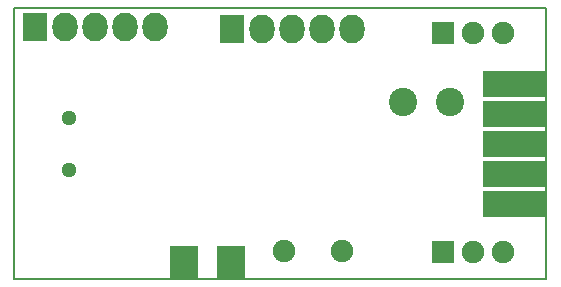
<source format=gbr>
G04 #@! TF.FileFunction,Soldermask,Bot*
%FSLAX46Y46*%
G04 Gerber Fmt 4.6, Leading zero omitted, Abs format (unit mm)*
G04 Created by KiCad (PCBNEW 4.0.2+dfsg1-stable) date 2017年08月28日 星期一 15时15分42秒*
%MOMM*%
G01*
G04 APERTURE LIST*
%ADD10C,0.100000*%
%ADD11C,0.150000*%
%ADD12C,1.901140*%
%ADD13C,2.400000*%
%ADD14R,2.127200X2.432000*%
%ADD15O,2.127200X2.432000*%
%ADD16R,1.900000X1.900000*%
%ADD17C,1.900000*%
%ADD18R,5.480000X2.178000*%
%ADD19R,2.400000X2.900000*%
%ADD20C,1.299160*%
G04 APERTURE END LIST*
D10*
D11*
X90170000Y-101460000D02*
X135170000Y-101460000D01*
X90170000Y-124460000D02*
X90170000Y-101460000D01*
X135170000Y-124460000D02*
X90170000Y-124460000D01*
X135170000Y-101460000D02*
X135170000Y-124460000D01*
D12*
X113002060Y-122047000D03*
X117883940Y-122047000D03*
D13*
X123095000Y-109474000D03*
X127095000Y-109474000D03*
D14*
X91948000Y-103124000D03*
D15*
X94488000Y-103124000D03*
X97028000Y-103124000D03*
X99568000Y-103124000D03*
X102108000Y-103124000D03*
D16*
X126492000Y-103632000D03*
D17*
X129032000Y-103632000D03*
X131572000Y-103632000D03*
D16*
X126492000Y-122174000D03*
D17*
X129032000Y-122174000D03*
X131572000Y-122174000D03*
D18*
X132588000Y-107950000D03*
X132588000Y-110490000D03*
X132588000Y-115570000D03*
X132588000Y-113030000D03*
X132588000Y-118110000D03*
D14*
X108585000Y-103251000D03*
D15*
X111125000Y-103251000D03*
X113665000Y-103251000D03*
X116205000Y-103251000D03*
X118745000Y-103251000D03*
D19*
X108553000Y-123063000D03*
X104553000Y-123063000D03*
D20*
X94830900Y-110830360D03*
X94830900Y-115229640D03*
M02*

</source>
